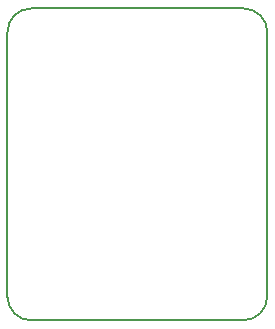
<source format=gm1>
G04 #@! TF.GenerationSoftware,KiCad,Pcbnew,(5.1.2)-1*
G04 #@! TF.CreationDate,2022-09-21T22:05:37+09:00*
G04 #@! TF.ProjectId,converter,636f6e76-6572-4746-9572-2e6b69636164,v2.0*
G04 #@! TF.SameCoordinates,Original*
G04 #@! TF.FileFunction,Profile,NP*
%FSLAX46Y46*%
G04 Gerber Fmt 4.6, Leading zero omitted, Abs format (unit mm)*
G04 Created by KiCad (PCBNEW (5.1.2)-1) date 2022-09-21 22:05:37*
%MOMM*%
%LPD*%
G04 APERTURE LIST*
%ADD10C,0.150000*%
G04 APERTURE END LIST*
D10*
X97000000Y-150800000D02*
X97000000Y-128400000D01*
X117000000Y-152800000D02*
X99000000Y-152800000D01*
X119000000Y-128400000D02*
X119000000Y-150800000D01*
X99000000Y-126400000D02*
X117000000Y-126400000D01*
X99000000Y-152800000D02*
G75*
G02X97000000Y-150800000I0J2000000D01*
G01*
X119000000Y-150800000D02*
G75*
G02X117000000Y-152800000I-2000000J0D01*
G01*
X97000000Y-128400000D02*
G75*
G02X99000000Y-126400000I2000000J0D01*
G01*
X117000000Y-126400000D02*
G75*
G02X119000000Y-128400000I0J-2000000D01*
G01*
M02*

</source>
